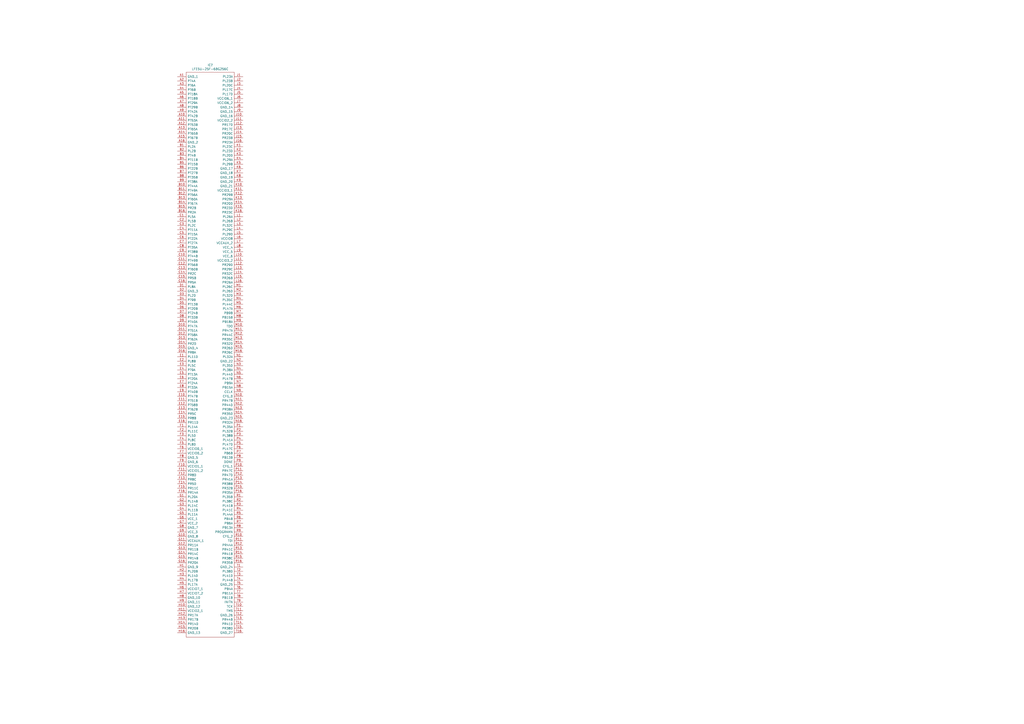
<source format=kicad_sch>
(kicad_sch (version 20210126) (generator eeschema)

  (paper "A2")

  (lib_symbols
    (symbol "SamacSys_Parts:LFE5U-25F-6BG256C" (pin_names (offset 0.762)) (in_bom yes) (on_board yes)
      (property "Reference" "IC" (id 0) (at 34.29 7.62 0)
        (effects (font (size 1.27 1.27)) (justify left))
      )
      (property "Value" "LFE5U-25F-6BG256C" (id 1) (at 34.29 5.08 0)
        (effects (font (size 1.27 1.27)) (justify left))
      )
      (property "Footprint" "BGA256C80P16X16_1400X1400X170" (id 2) (at 34.29 2.54 0)
        (effects (font (size 1.27 1.27)) (justify left) hide)
      )
      (property "Datasheet" "http://www.latticesemi.com/view_document?document_id=50461" (id 3) (at 34.29 0 0)
        (effects (font (size 1.27 1.27)) (justify left) hide)
      )
      (property "Description" "FPGA - Field Programmable Gate Array ECP5; 24.3K LUTs; 1.1V" (id 4) (at 34.29 -2.54 0)
        (effects (font (size 1.27 1.27)) (justify left) hide)
      )
      (property "Height" "1.7" (id 5) (at 34.29 -5.08 0)
        (effects (font (size 1.27 1.27)) (justify left) hide)
      )
      (property "Mouser Part Number" "842-LFE5U25F6BG256C" (id 6) (at 34.29 -7.62 0)
        (effects (font (size 1.27 1.27)) (justify left) hide)
      )
      (property "Mouser Price/Stock" "https://www.mouser.co.uk/ProductDetail/Lattice/LFE5U-25F-6BG256C/?qs=w%2Fv1CP2dgqrTaI14mPfyBg%3D%3D" (id 7) (at 34.29 -10.16 0)
        (effects (font (size 1.27 1.27)) (justify left) hide)
      )
      (property "Manufacturer_Name" "Lattice Semiconductor" (id 8) (at 34.29 -12.7 0)
        (effects (font (size 1.27 1.27)) (justify left) hide)
      )
      (property "Manufacturer_Part_Number" "LFE5U-25F-6BG256C" (id 9) (at 34.29 -15.24 0)
        (effects (font (size 1.27 1.27)) (justify left) hide)
      )
      (property "ki_description" "FPGA - Field Programmable Gate Array ECP5; 24.3K LUTs; 1.1V" (id 10) (at 0 0 0)
        (effects (font (size 1.27 1.27)) hide)
      )
      (symbol "LFE5U-25F-6BG256C_0_0"
        (pin passive line (at 0 0 0) (length 5.08)
          (name "GND_1" (effects (font (size 1.27 1.27))))
          (number "A1" (effects (font (size 1.27 1.27))))
        )
        (pin passive line (at 0 -2.54 0) (length 5.08)
          (name "PT4A" (effects (font (size 1.27 1.27))))
          (number "A2" (effects (font (size 1.27 1.27))))
        )
        (pin passive line (at 0 -5.08 0) (length 5.08)
          (name "PT6A" (effects (font (size 1.27 1.27))))
          (number "A3" (effects (font (size 1.27 1.27))))
        )
        (pin passive line (at 0 -7.62 0) (length 5.08)
          (name "PT6B" (effects (font (size 1.27 1.27))))
          (number "A4" (effects (font (size 1.27 1.27))))
        )
        (pin passive line (at 0 -10.16 0) (length 5.08)
          (name "PT18A" (effects (font (size 1.27 1.27))))
          (number "A5" (effects (font (size 1.27 1.27))))
        )
        (pin passive line (at 0 -12.7 0) (length 5.08)
          (name "PT18B" (effects (font (size 1.27 1.27))))
          (number "A6" (effects (font (size 1.27 1.27))))
        )
        (pin passive line (at 0 -15.24 0) (length 5.08)
          (name "PT29A" (effects (font (size 1.27 1.27))))
          (number "A7" (effects (font (size 1.27 1.27))))
        )
        (pin passive line (at 0 -17.78 0) (length 5.08)
          (name "PT29B" (effects (font (size 1.27 1.27))))
          (number "A8" (effects (font (size 1.27 1.27))))
        )
        (pin passive line (at 0 -20.32 0) (length 5.08)
          (name "PT42A" (effects (font (size 1.27 1.27))))
          (number "A9" (effects (font (size 1.27 1.27))))
        )
        (pin passive line (at 0 -22.86 0) (length 5.08)
          (name "PT42B" (effects (font (size 1.27 1.27))))
          (number "A10" (effects (font (size 1.27 1.27))))
        )
        (pin passive line (at 0 -25.4 0) (length 5.08)
          (name "PT53A" (effects (font (size 1.27 1.27))))
          (number "A11" (effects (font (size 1.27 1.27))))
        )
        (pin passive line (at 0 -27.94 0) (length 5.08)
          (name "PT53B" (effects (font (size 1.27 1.27))))
          (number "A12" (effects (font (size 1.27 1.27))))
        )
        (pin passive line (at 0 -30.48 0) (length 5.08)
          (name "PT65A" (effects (font (size 1.27 1.27))))
          (number "A13" (effects (font (size 1.27 1.27))))
        )
        (pin passive line (at 0 -33.02 0) (length 5.08)
          (name "PT65B" (effects (font (size 1.27 1.27))))
          (number "A14" (effects (font (size 1.27 1.27))))
        )
        (pin passive line (at 0 -35.56 0) (length 5.08)
          (name "PT67B" (effects (font (size 1.27 1.27))))
          (number "A15" (effects (font (size 1.27 1.27))))
        )
        (pin passive line (at 0 -38.1 0) (length 5.08)
          (name "GND_2" (effects (font (size 1.27 1.27))))
          (number "A16" (effects (font (size 1.27 1.27))))
        )
        (pin passive line (at 0 -40.64 0) (length 5.08)
          (name "PL2A" (effects (font (size 1.27 1.27))))
          (number "B1" (effects (font (size 1.27 1.27))))
        )
        (pin passive line (at 0 -43.18 0) (length 5.08)
          (name "PL2B" (effects (font (size 1.27 1.27))))
          (number "B2" (effects (font (size 1.27 1.27))))
        )
        (pin passive line (at 0 -45.72 0) (length 5.08)
          (name "PT4B" (effects (font (size 1.27 1.27))))
          (number "B3" (effects (font (size 1.27 1.27))))
        )
        (pin passive line (at 0 -48.26 0) (length 5.08)
          (name "PT11B" (effects (font (size 1.27 1.27))))
          (number "B4" (effects (font (size 1.27 1.27))))
        )
        (pin passive line (at 0 -50.8 0) (length 5.08)
          (name "PT15B" (effects (font (size 1.27 1.27))))
          (number "B5" (effects (font (size 1.27 1.27))))
        )
        (pin passive line (at 0 -53.34 0) (length 5.08)
          (name "PT22B" (effects (font (size 1.27 1.27))))
          (number "B6" (effects (font (size 1.27 1.27))))
        )
        (pin passive line (at 0 -55.88 0) (length 5.08)
          (name "PT27B" (effects (font (size 1.27 1.27))))
          (number "B7" (effects (font (size 1.27 1.27))))
        )
        (pin passive line (at 0 -58.42 0) (length 5.08)
          (name "PT35B" (effects (font (size 1.27 1.27))))
          (number "B8" (effects (font (size 1.27 1.27))))
        )
        (pin passive line (at 0 -60.96 0) (length 5.08)
          (name "PT38A" (effects (font (size 1.27 1.27))))
          (number "B9" (effects (font (size 1.27 1.27))))
        )
        (pin passive line (at 0 -63.5 0) (length 5.08)
          (name "PT44A" (effects (font (size 1.27 1.27))))
          (number "B10" (effects (font (size 1.27 1.27))))
        )
        (pin passive line (at 0 -66.04 0) (length 5.08)
          (name "PT49A" (effects (font (size 1.27 1.27))))
          (number "B11" (effects (font (size 1.27 1.27))))
        )
        (pin passive line (at 0 -68.58 0) (length 5.08)
          (name "PT56A" (effects (font (size 1.27 1.27))))
          (number "B12" (effects (font (size 1.27 1.27))))
        )
        (pin passive line (at 0 -71.12 0) (length 5.08)
          (name "PT60A" (effects (font (size 1.27 1.27))))
          (number "B13" (effects (font (size 1.27 1.27))))
        )
        (pin passive line (at 0 -73.66 0) (length 5.08)
          (name "PT67A" (effects (font (size 1.27 1.27))))
          (number "B14" (effects (font (size 1.27 1.27))))
        )
        (pin passive line (at 0 -76.2 0) (length 5.08)
          (name "PR2B" (effects (font (size 1.27 1.27))))
          (number "B15" (effects (font (size 1.27 1.27))))
        )
        (pin passive line (at 0 -78.74 0) (length 5.08)
          (name "PR2A" (effects (font (size 1.27 1.27))))
          (number "B16" (effects (font (size 1.27 1.27))))
        )
        (pin passive line (at 0 -81.28 0) (length 5.08)
          (name "PL5A" (effects (font (size 1.27 1.27))))
          (number "C1" (effects (font (size 1.27 1.27))))
        )
        (pin passive line (at 0 -83.82 0) (length 5.08)
          (name "PL5B" (effects (font (size 1.27 1.27))))
          (number "C2" (effects (font (size 1.27 1.27))))
        )
        (pin passive line (at 0 -86.36 0) (length 5.08)
          (name "PL2C" (effects (font (size 1.27 1.27))))
          (number "C3" (effects (font (size 1.27 1.27))))
        )
        (pin passive line (at 0 -88.9 0) (length 5.08)
          (name "PT11A" (effects (font (size 1.27 1.27))))
          (number "C4" (effects (font (size 1.27 1.27))))
        )
        (pin passive line (at 0 -91.44 0) (length 5.08)
          (name "PT15A" (effects (font (size 1.27 1.27))))
          (number "C5" (effects (font (size 1.27 1.27))))
        )
        (pin passive line (at 0 -93.98 0) (length 5.08)
          (name "PT22A" (effects (font (size 1.27 1.27))))
          (number "C6" (effects (font (size 1.27 1.27))))
        )
        (pin passive line (at 0 -96.52 0) (length 5.08)
          (name "PT27A" (effects (font (size 1.27 1.27))))
          (number "C7" (effects (font (size 1.27 1.27))))
        )
        (pin passive line (at 0 -99.06 0) (length 5.08)
          (name "PT35A" (effects (font (size 1.27 1.27))))
          (number "C8" (effects (font (size 1.27 1.27))))
        )
        (pin passive line (at 0 -101.6 0) (length 5.08)
          (name "PT38B" (effects (font (size 1.27 1.27))))
          (number "C9" (effects (font (size 1.27 1.27))))
        )
        (pin passive line (at 0 -104.14 0) (length 5.08)
          (name "PT44B" (effects (font (size 1.27 1.27))))
          (number "C10" (effects (font (size 1.27 1.27))))
        )
        (pin passive line (at 0 -106.68 0) (length 5.08)
          (name "PT49B" (effects (font (size 1.27 1.27))))
          (number "C11" (effects (font (size 1.27 1.27))))
        )
        (pin passive line (at 0 -109.22 0) (length 5.08)
          (name "PT56B" (effects (font (size 1.27 1.27))))
          (number "C12" (effects (font (size 1.27 1.27))))
        )
        (pin passive line (at 0 -111.76 0) (length 5.08)
          (name "PT60B" (effects (font (size 1.27 1.27))))
          (number "C13" (effects (font (size 1.27 1.27))))
        )
        (pin passive line (at 0 -114.3 0) (length 5.08)
          (name "PR2C" (effects (font (size 1.27 1.27))))
          (number "C14" (effects (font (size 1.27 1.27))))
        )
        (pin passive line (at 0 -116.84 0) (length 5.08)
          (name "PR5B" (effects (font (size 1.27 1.27))))
          (number "C15" (effects (font (size 1.27 1.27))))
        )
        (pin passive line (at 0 -119.38 0) (length 5.08)
          (name "PR5A" (effects (font (size 1.27 1.27))))
          (number "C16" (effects (font (size 1.27 1.27))))
        )
        (pin passive line (at 0 -121.92 0) (length 5.08)
          (name "PL8A" (effects (font (size 1.27 1.27))))
          (number "D1" (effects (font (size 1.27 1.27))))
        )
        (pin passive line (at 0 -124.46 0) (length 5.08)
          (name "GND_3" (effects (font (size 1.27 1.27))))
          (number "D2" (effects (font (size 1.27 1.27))))
        )
        (pin passive line (at 0 -127 0) (length 5.08)
          (name "PL2D" (effects (font (size 1.27 1.27))))
          (number "D3" (effects (font (size 1.27 1.27))))
        )
        (pin passive line (at 0 -129.54 0) (length 5.08)
          (name "PT9B" (effects (font (size 1.27 1.27))))
          (number "D4" (effects (font (size 1.27 1.27))))
        )
        (pin passive line (at 0 -132.08 0) (length 5.08)
          (name "PT13B" (effects (font (size 1.27 1.27))))
          (number "D5" (effects (font (size 1.27 1.27))))
        )
        (pin passive line (at 0 -134.62 0) (length 5.08)
          (name "PT20B" (effects (font (size 1.27 1.27))))
          (number "D6" (effects (font (size 1.27 1.27))))
        )
        (pin passive line (at 0 -137.16 0) (length 5.08)
          (name "PT24B" (effects (font (size 1.27 1.27))))
          (number "D7" (effects (font (size 1.27 1.27))))
        )
        (pin passive line (at 0 -139.7 0) (length 5.08)
          (name "PT33B" (effects (font (size 1.27 1.27))))
          (number "D8" (effects (font (size 1.27 1.27))))
        )
        (pin passive line (at 0 -142.24 0) (length 5.08)
          (name "PT40A" (effects (font (size 1.27 1.27))))
          (number "D9" (effects (font (size 1.27 1.27))))
        )
        (pin passive line (at 0 -144.78 0) (length 5.08)
          (name "PT47A" (effects (font (size 1.27 1.27))))
          (number "D10" (effects (font (size 1.27 1.27))))
        )
        (pin passive line (at 0 -147.32 0) (length 5.08)
          (name "PT51A" (effects (font (size 1.27 1.27))))
          (number "D11" (effects (font (size 1.27 1.27))))
        )
        (pin passive line (at 0 -149.86 0) (length 5.08)
          (name "PT58A" (effects (font (size 1.27 1.27))))
          (number "D12" (effects (font (size 1.27 1.27))))
        )
        (pin passive line (at 0 -152.4 0) (length 5.08)
          (name "PT62A" (effects (font (size 1.27 1.27))))
          (number "D13" (effects (font (size 1.27 1.27))))
        )
        (pin passive line (at 0 -154.94 0) (length 5.08)
          (name "PR2D" (effects (font (size 1.27 1.27))))
          (number "D14" (effects (font (size 1.27 1.27))))
        )
        (pin passive line (at 0 -157.48 0) (length 5.08)
          (name "GND_4" (effects (font (size 1.27 1.27))))
          (number "D15" (effects (font (size 1.27 1.27))))
        )
        (pin passive line (at 0 -160.02 0) (length 5.08)
          (name "PR8A" (effects (font (size 1.27 1.27))))
          (number "D16" (effects (font (size 1.27 1.27))))
        )
        (pin passive line (at 0 -162.56 0) (length 5.08)
          (name "PL11D" (effects (font (size 1.27 1.27))))
          (number "E1" (effects (font (size 1.27 1.27))))
        )
        (pin passive line (at 0 -165.1 0) (length 5.08)
          (name "PL8B" (effects (font (size 1.27 1.27))))
          (number "E2" (effects (font (size 1.27 1.27))))
        )
        (pin passive line (at 0 -167.64 0) (length 5.08)
          (name "PL5C" (effects (font (size 1.27 1.27))))
          (number "E3" (effects (font (size 1.27 1.27))))
        )
        (pin passive line (at 0 -170.18 0) (length 5.08)
          (name "PT9A" (effects (font (size 1.27 1.27))))
          (number "E4" (effects (font (size 1.27 1.27))))
        )
        (pin passive line (at 0 -172.72 0) (length 5.08)
          (name "PT13A" (effects (font (size 1.27 1.27))))
          (number "E5" (effects (font (size 1.27 1.27))))
        )
        (pin passive line (at 0 -175.26 0) (length 5.08)
          (name "PT20A" (effects (font (size 1.27 1.27))))
          (number "E6" (effects (font (size 1.27 1.27))))
        )
        (pin passive line (at 0 -177.8 0) (length 5.08)
          (name "PT24A" (effects (font (size 1.27 1.27))))
          (number "E7" (effects (font (size 1.27 1.27))))
        )
        (pin passive line (at 0 -180.34 0) (length 5.08)
          (name "PT33A" (effects (font (size 1.27 1.27))))
          (number "E8" (effects (font (size 1.27 1.27))))
        )
        (pin passive line (at 0 -182.88 0) (length 5.08)
          (name "PT40B" (effects (font (size 1.27 1.27))))
          (number "E9" (effects (font (size 1.27 1.27))))
        )
        (pin passive line (at 0 -185.42 0) (length 5.08)
          (name "PT47B" (effects (font (size 1.27 1.27))))
          (number "E10" (effects (font (size 1.27 1.27))))
        )
        (pin passive line (at 0 -187.96 0) (length 5.08)
          (name "PT51B" (effects (font (size 1.27 1.27))))
          (number "E11" (effects (font (size 1.27 1.27))))
        )
        (pin passive line (at 0 -190.5 0) (length 5.08)
          (name "PT58B" (effects (font (size 1.27 1.27))))
          (number "E12" (effects (font (size 1.27 1.27))))
        )
        (pin passive line (at 0 -193.04 0) (length 5.08)
          (name "PT62B" (effects (font (size 1.27 1.27))))
          (number "E13" (effects (font (size 1.27 1.27))))
        )
        (pin passive line (at 0 -195.58 0) (length 5.08)
          (name "PR5C" (effects (font (size 1.27 1.27))))
          (number "E14" (effects (font (size 1.27 1.27))))
        )
        (pin passive line (at 0 -198.12 0) (length 5.08)
          (name "PR8B" (effects (font (size 1.27 1.27))))
          (number "E15" (effects (font (size 1.27 1.27))))
        )
        (pin passive line (at 0 -200.66 0) (length 5.08)
          (name "PR11D" (effects (font (size 1.27 1.27))))
          (number "E16" (effects (font (size 1.27 1.27))))
        )
        (pin passive line (at 0 -203.2 0) (length 5.08)
          (name "PL14A" (effects (font (size 1.27 1.27))))
          (number "F1" (effects (font (size 1.27 1.27))))
        )
        (pin passive line (at 0 -205.74 0) (length 5.08)
          (name "PL11C" (effects (font (size 1.27 1.27))))
          (number "F2" (effects (font (size 1.27 1.27))))
        )
        (pin passive line (at 0 -208.28 0) (length 5.08)
          (name "PL5D" (effects (font (size 1.27 1.27))))
          (number "F3" (effects (font (size 1.27 1.27))))
        )
        (pin passive line (at 0 -210.82 0) (length 5.08)
          (name "PL8C" (effects (font (size 1.27 1.27))))
          (number "F4" (effects (font (size 1.27 1.27))))
        )
        (pin passive line (at 0 -213.36 0) (length 5.08)
          (name "PL8D" (effects (font (size 1.27 1.27))))
          (number "F5" (effects (font (size 1.27 1.27))))
        )
        (pin passive line (at 0 -215.9 0) (length 5.08)
          (name "VCCIO0_1" (effects (font (size 1.27 1.27))))
          (number "F6" (effects (font (size 1.27 1.27))))
        )
        (pin passive line (at 0 -218.44 0) (length 5.08)
          (name "VCCIO0_2" (effects (font (size 1.27 1.27))))
          (number "F7" (effects (font (size 1.27 1.27))))
        )
        (pin passive line (at 0 -220.98 0) (length 5.08)
          (name "GND_5" (effects (font (size 1.27 1.27))))
          (number "F8" (effects (font (size 1.27 1.27))))
        )
        (pin passive line (at 0 -223.52 0) (length 5.08)
          (name "GND_6" (effects (font (size 1.27 1.27))))
          (number "F9" (effects (font (size 1.27 1.27))))
        )
        (pin passive line (at 0 -226.06 0) (length 5.08)
          (name "VCCIO1_1" (effects (font (size 1.27 1.27))))
          (number "F10" (effects (font (size 1.27 1.27))))
        )
        (pin passive line (at 0 -228.6 0) (length 5.08)
          (name "VCCIO1_2" (effects (font (size 1.27 1.27))))
          (number "F11" (effects (font (size 1.27 1.27))))
        )
        (pin passive line (at 0 -231.14 0) (length 5.08)
          (name "PR8D" (effects (font (size 1.27 1.27))))
          (number "F12" (effects (font (size 1.27 1.27))))
        )
        (pin passive line (at 0 -233.68 0) (length 5.08)
          (name "PR8C" (effects (font (size 1.27 1.27))))
          (number "F13" (effects (font (size 1.27 1.27))))
        )
        (pin passive line (at 0 -236.22 0) (length 5.08)
          (name "PR5D" (effects (font (size 1.27 1.27))))
          (number "F14" (effects (font (size 1.27 1.27))))
        )
        (pin passive line (at 0 -238.76 0) (length 5.08)
          (name "PR11C" (effects (font (size 1.27 1.27))))
          (number "F15" (effects (font (size 1.27 1.27))))
        )
        (pin passive line (at 0 -241.3 0) (length 5.08)
          (name "PR14A" (effects (font (size 1.27 1.27))))
          (number "F16" (effects (font (size 1.27 1.27))))
        )
        (pin passive line (at 0 -243.84 0) (length 5.08)
          (name "PL20A" (effects (font (size 1.27 1.27))))
          (number "G1" (effects (font (size 1.27 1.27))))
        )
        (pin passive line (at 0 -246.38 0) (length 5.08)
          (name "PL14B" (effects (font (size 1.27 1.27))))
          (number "G2" (effects (font (size 1.27 1.27))))
        )
        (pin passive line (at 0 -248.92 0) (length 5.08)
          (name "PL14C" (effects (font (size 1.27 1.27))))
          (number "G3" (effects (font (size 1.27 1.27))))
        )
        (pin passive line (at 0 -251.46 0) (length 5.08)
          (name "PL11B" (effects (font (size 1.27 1.27))))
          (number "G4" (effects (font (size 1.27 1.27))))
        )
        (pin passive line (at 0 -254 0) (length 5.08)
          (name "PL11A" (effects (font (size 1.27 1.27))))
          (number "G5" (effects (font (size 1.27 1.27))))
        )
        (pin passive line (at 0 -256.54 0) (length 5.08)
          (name "VCC_1" (effects (font (size 1.27 1.27))))
          (number "G6" (effects (font (size 1.27 1.27))))
        )
        (pin passive line (at 0 -259.08 0) (length 5.08)
          (name "VCC_2" (effects (font (size 1.27 1.27))))
          (number "G7" (effects (font (size 1.27 1.27))))
        )
        (pin passive line (at 0 -261.62 0) (length 5.08)
          (name "GND_7" (effects (font (size 1.27 1.27))))
          (number "G8" (effects (font (size 1.27 1.27))))
        )
        (pin passive line (at 0 -264.16 0) (length 5.08)
          (name "VCC_3" (effects (font (size 1.27 1.27))))
          (number "G9" (effects (font (size 1.27 1.27))))
        )
        (pin passive line (at 0 -266.7 0) (length 5.08)
          (name "GND_8" (effects (font (size 1.27 1.27))))
          (number "G10" (effects (font (size 1.27 1.27))))
        )
        (pin passive line (at 0 -269.24 0) (length 5.08)
          (name "VCCAUX_1" (effects (font (size 1.27 1.27))))
          (number "G11" (effects (font (size 1.27 1.27))))
        )
        (pin passive line (at 0 -271.78 0) (length 5.08)
          (name "PR11A" (effects (font (size 1.27 1.27))))
          (number "G12" (effects (font (size 1.27 1.27))))
        )
        (pin passive line (at 0 -274.32 0) (length 5.08)
          (name "PR11B" (effects (font (size 1.27 1.27))))
          (number "G13" (effects (font (size 1.27 1.27))))
        )
        (pin passive line (at 0 -276.86 0) (length 5.08)
          (name "PR14C" (effects (font (size 1.27 1.27))))
          (number "G14" (effects (font (size 1.27 1.27))))
        )
        (pin passive line (at 0 -279.4 0) (length 5.08)
          (name "PR14B" (effects (font (size 1.27 1.27))))
          (number "G15" (effects (font (size 1.27 1.27))))
        )
        (pin passive line (at 0 -281.94 0) (length 5.08)
          (name "PR20A" (effects (font (size 1.27 1.27))))
          (number "G16" (effects (font (size 1.27 1.27))))
        )
        (pin passive line (at 0 -284.48 0) (length 5.08)
          (name "GND_9" (effects (font (size 1.27 1.27))))
          (number "H1" (effects (font (size 1.27 1.27))))
        )
        (pin passive line (at 0 -287.02 0) (length 5.08)
          (name "PL20B" (effects (font (size 1.27 1.27))))
          (number "H2" (effects (font (size 1.27 1.27))))
        )
        (pin passive line (at 0 -289.56 0) (length 5.08)
          (name "PL14D" (effects (font (size 1.27 1.27))))
          (number "H3" (effects (font (size 1.27 1.27))))
        )
        (pin passive line (at 0 -292.1 0) (length 5.08)
          (name "PL17B" (effects (font (size 1.27 1.27))))
          (number "H4" (effects (font (size 1.27 1.27))))
        )
        (pin passive line (at 0 -294.64 0) (length 5.08)
          (name "PL17A" (effects (font (size 1.27 1.27))))
          (number "H5" (effects (font (size 1.27 1.27))))
        )
        (pin passive line (at 0 -297.18 0) (length 5.08)
          (name "VCCIO7_1" (effects (font (size 1.27 1.27))))
          (number "H6" (effects (font (size 1.27 1.27))))
        )
        (pin passive line (at 0 -299.72 0) (length 5.08)
          (name "VCCIO7_2" (effects (font (size 1.27 1.27))))
          (number "H7" (effects (font (size 1.27 1.27))))
        )
        (pin passive line (at 0 -302.26 0) (length 5.08)
          (name "GND_10" (effects (font (size 1.27 1.27))))
          (number "H8" (effects (font (size 1.27 1.27))))
        )
        (pin passive line (at 0 -304.8 0) (length 5.08)
          (name "GND_11" (effects (font (size 1.27 1.27))))
          (number "H9" (effects (font (size 1.27 1.27))))
        )
        (pin passive line (at 0 -307.34 0) (length 5.08)
          (name "GND_12" (effects (font (size 1.27 1.27))))
          (number "H10" (effects (font (size 1.27 1.27))))
        )
        (pin passive line (at 0 -309.88 0) (length 5.08)
          (name "VCCIO2_1" (effects (font (size 1.27 1.27))))
          (number "H11" (effects (font (size 1.27 1.27))))
        )
        (pin passive line (at 0 -312.42 0) (length 5.08)
          (name "PR17A" (effects (font (size 1.27 1.27))))
          (number "H12" (effects (font (size 1.27 1.27))))
        )
        (pin passive line (at 0 -314.96 0) (length 5.08)
          (name "PR17B" (effects (font (size 1.27 1.27))))
          (number "H13" (effects (font (size 1.27 1.27))))
        )
        (pin passive line (at 0 -317.5 0) (length 5.08)
          (name "PR14D" (effects (font (size 1.27 1.27))))
          (number "H14" (effects (font (size 1.27 1.27))))
        )
        (pin passive line (at 0 -320.04 0) (length 5.08)
          (name "PR20B" (effects (font (size 1.27 1.27))))
          (number "H15" (effects (font (size 1.27 1.27))))
        )
        (pin passive line (at 0 -322.58 0) (length 5.08)
          (name "GND_13" (effects (font (size 1.27 1.27))))
          (number "H16" (effects (font (size 1.27 1.27))))
        )
        (pin passive line (at 38.1 0 180) (length 5.08)
          (name "PL23A" (effects (font (size 1.27 1.27))))
          (number "J1" (effects (font (size 1.27 1.27))))
        )
        (pin passive line (at 38.1 -2.54 180) (length 5.08)
          (name "PL23B" (effects (font (size 1.27 1.27))))
          (number "J2" (effects (font (size 1.27 1.27))))
        )
        (pin passive line (at 38.1 -5.08 180) (length 5.08)
          (name "PL20C" (effects (font (size 1.27 1.27))))
          (number "J3" (effects (font (size 1.27 1.27))))
        )
        (pin passive line (at 38.1 -7.62 180) (length 5.08)
          (name "PL17C" (effects (font (size 1.27 1.27))))
          (number "J4" (effects (font (size 1.27 1.27))))
        )
        (pin passive line (at 38.1 -10.16 180) (length 5.08)
          (name "PL17D" (effects (font (size 1.27 1.27))))
          (number "J5" (effects (font (size 1.27 1.27))))
        )
        (pin passive line (at 38.1 -12.7 180) (length 5.08)
          (name "VCCIO6_1" (effects (font (size 1.27 1.27))))
          (number "J6" (effects (font (size 1.27 1.27))))
        )
        (pin passive line (at 38.1 -15.24 180) (length 5.08)
          (name "VCCIO6_2" (effects (font (size 1.27 1.27))))
          (number "J7" (effects (font (size 1.27 1.27))))
        )
        (pin passive line (at 38.1 -17.78 180) (length 5.08)
          (name "GND_14" (effects (font (size 1.27 1.27))))
          (number "J8" (effects (font (size 1.27 1.27))))
        )
        (pin passive line (at 38.1 -20.32 180) (length 5.08)
          (name "GND_15" (effects (font (size 1.27 1.27))))
          (number "J9" (effects (font (size 1.27 1.27))))
        )
        (pin passive line (at 38.1 -22.86 180) (length 5.08)
          (name "GND_16" (effects (font (size 1.27 1.27))))
          (number "J10" (effects (font (size 1.27 1.27))))
        )
        (pin passive line (at 38.1 -25.4 180) (length 5.08)
          (name "VCCIO2_2" (effects (font (size 1.27 1.27))))
          (number "J11" (effects (font (size 1.27 1.27))))
        )
        (pin passive line (at 38.1 -27.94 180) (length 5.08)
          (name "PR17D" (effects (font (size 1.27 1.27))))
          (number "J12" (effects (font (size 1.27 1.27))))
        )
        (pin passive line (at 38.1 -30.48 180) (length 5.08)
          (name "PR17C" (effects (font (size 1.27 1.27))))
          (number "J13" (effects (font (size 1.27 1.27))))
        )
        (pin passive line (at 38.1 -33.02 180) (length 5.08)
          (name "PR20C" (effects (font (size 1.27 1.27))))
          (number "J14" (effects (font (size 1.27 1.27))))
        )
        (pin passive line (at 38.1 -35.56 180) (length 5.08)
          (name "PR23B" (effects (font (size 1.27 1.27))))
          (number "J15" (effects (font (size 1.27 1.27))))
        )
        (pin passive line (at 38.1 -38.1 180) (length 5.08)
          (name "PR23A" (effects (font (size 1.27 1.27))))
          (number "J16" (effects (font (size 1.27 1.27))))
        )
        (pin passive line (at 38.1 -40.64 180) (length 5.08)
          (name "PL23C" (effects (font (size 1.27 1.27))))
          (number "K1" (effects (font (size 1.27 1.27))))
        )
        (pin passive line (at 38.1 -43.18 180) (length 5.08)
          (name "PL23D" (effects (font (size 1.27 1.27))))
          (number "K2" (effects (font (size 1.27 1.27))))
        )
        (pin passive line (at 38.1 -45.72 180) (length 5.08)
          (name "PL20D" (effects (font (size 1.27 1.27))))
          (number "K3" (effects (font (size 1.27 1.27))))
        )
        (pin passive line (at 38.1 -48.26 180) (length 5.08)
          (name "PL29A" (effects (font (size 1.27 1.27))))
          (number "K4" (effects (font (size 1.27 1.27))))
        )
        (pin passive line (at 38.1 -50.8 180) (length 5.08)
          (name "PL29B" (effects (font (size 1.27 1.27))))
          (number "K5" (effects (font (size 1.27 1.27))))
        )
        (pin passive line (at 38.1 -53.34 180) (length 5.08)
          (name "GND_17" (effects (font (size 1.27 1.27))))
          (number "K6" (effects (font (size 1.27 1.27))))
        )
        (pin passive line (at 38.1 -55.88 180) (length 5.08)
          (name "GND_18" (effects (font (size 1.27 1.27))))
          (number "K7" (effects (font (size 1.27 1.27))))
        )
        (pin passive line (at 38.1 -58.42 180) (length 5.08)
          (name "GND_19" (effects (font (size 1.27 1.27))))
          (number "K8" (effects (font (size 1.27 1.27))))
        )
        (pin passive line (at 38.1 -60.96 180) (length 5.08)
          (name "GND_20" (effects (font (size 1.27 1.27))))
          (number "K9" (effects (font (size 1.27 1.27))))
        )
        (pin passive line (at 38.1 -63.5 180) (length 5.08)
          (name "GND_21" (effects (font (size 1.27 1.27))))
          (number "K10" (effects (font (size 1.27 1.27))))
        )
        (pin passive line (at 38.1 -66.04 180) (length 5.08)
          (name "VCCIO3_1" (effects (font (size 1.27 1.27))))
          (number "K11" (effects (font (size 1.27 1.27))))
        )
        (pin passive line (at 38.1 -68.58 180) (length 5.08)
          (name "PR29B" (effects (font (size 1.27 1.27))))
          (number "K12" (effects (font (size 1.27 1.27))))
        )
        (pin passive line (at 38.1 -71.12 180) (length 5.08)
          (name "PR29A" (effects (font (size 1.27 1.27))))
          (number "K13" (effects (font (size 1.27 1.27))))
        )
        (pin passive line (at 38.1 -73.66 180) (length 5.08)
          (name "PR20D" (effects (font (size 1.27 1.27))))
          (number "K14" (effects (font (size 1.27 1.27))))
        )
        (pin passive line (at 38.1 -76.2 180) (length 5.08)
          (name "PR23D" (effects (font (size 1.27 1.27))))
          (number "K15" (effects (font (size 1.27 1.27))))
        )
        (pin passive line (at 38.1 -78.74 180) (length 5.08)
          (name "PR23C" (effects (font (size 1.27 1.27))))
          (number "K16" (effects (font (size 1.27 1.27))))
        )
        (pin passive line (at 38.1 -81.28 180) (length 5.08)
          (name "PL26A" (effects (font (size 1.27 1.27))))
          (number "L1" (effects (font (size 1.27 1.27))))
        )
        (pin passive line (at 38.1 -83.82 180) (length 5.08)
          (name "PL26B" (effects (font (size 1.27 1.27))))
          (number "L2" (effects (font (size 1.27 1.27))))
        )
        (pin passive line (at 38.1 -86.36 180) (length 5.08)
          (name "PL32C" (effects (font (size 1.27 1.27))))
          (number "L3" (effects (font (size 1.27 1.27))))
        )
        (pin passive line (at 38.1 -88.9 180) (length 5.08)
          (name "PL29C" (effects (font (size 1.27 1.27))))
          (number "L4" (effects (font (size 1.27 1.27))))
        )
        (pin passive line (at 38.1 -91.44 180) (length 5.08)
          (name "PL29D" (effects (font (size 1.27 1.27))))
          (number "L5" (effects (font (size 1.27 1.27))))
        )
        (pin passive line (at 38.1 -93.98 180) (length 5.08)
          (name "VCCIO8" (effects (font (size 1.27 1.27))))
          (number "L6" (effects (font (size 1.27 1.27))))
        )
        (pin passive line (at 38.1 -96.52 180) (length 5.08)
          (name "VCCAUX_2" (effects (font (size 1.27 1.27))))
          (number "L7" (effects (font (size 1.27 1.27))))
        )
        (pin passive line (at 38.1 -99.06 180) (length 5.08)
          (name "VCC_4" (effects (font (size 1.27 1.27))))
          (number "L8" (effects (font (size 1.27 1.27))))
        )
        (pin passive line (at 38.1 -101.6 180) (length 5.08)
          (name "VCC_5" (effects (font (size 1.27 1.27))))
          (number "L9" (effects (font (size 1.27 1.27))))
        )
        (pin passive line (at 38.1 -104.14 180) (length 5.08)
          (name "VCC_6" (effects (font (size 1.27 1.27))))
          (number "L10" (effects (font (size 1.27 1.27))))
        )
        (pin passive line (at 38.1 -106.68 180) (length 5.08)
          (name "VCCIO3_2" (effects (font (size 1.27 1.27))))
          (number "L11" (effects (font (size 1.27 1.27))))
        )
        (pin passive line (at 38.1 -109.22 180) (length 5.08)
          (name "PR29D" (effects (font (size 1.27 1.27))))
          (number "L12" (effects (font (size 1.27 1.27))))
        )
        (pin passive line (at 38.1 -111.76 180) (length 5.08)
          (name "PR29C" (effects (font (size 1.27 1.27))))
          (number "L13" (effects (font (size 1.27 1.27))))
        )
        (pin passive line (at 38.1 -114.3 180) (length 5.08)
          (name "PR32C" (effects (font (size 1.27 1.27))))
          (number "L14" (effects (font (size 1.27 1.27))))
        )
        (pin passive line (at 38.1 -116.84 180) (length 5.08)
          (name "PR26B" (effects (font (size 1.27 1.27))))
          (number "L15" (effects (font (size 1.27 1.27))))
        )
        (pin passive line (at 38.1 -119.38 180) (length 5.08)
          (name "PR26A" (effects (font (size 1.27 1.27))))
          (number "L16" (effects (font (size 1.27 1.27))))
        )
        (pin passive line (at 38.1 -121.92 180) (length 5.08)
          (name "PL26C" (effects (font (size 1.27 1.27))))
          (number "M1" (effects (font (size 1.27 1.27))))
        )
        (pin passive line (at 38.1 -124.46 180) (length 5.08)
          (name "PL26D" (effects (font (size 1.27 1.27))))
          (number "M2" (effects (font (size 1.27 1.27))))
        )
        (pin passive line (at 38.1 -127 180) (length 5.08)
          (name "PL32D" (effects (font (size 1.27 1.27))))
          (number "M3" (effects (font (size 1.27 1.27))))
        )
        (pin passive line (at 38.1 -129.54 180) (length 5.08)
          (name "PL35C" (effects (font (size 1.27 1.27))))
          (number "M4" (effects (font (size 1.27 1.27))))
        )
        (pin passive line (at 38.1 -132.08 180) (length 5.08)
          (name "PL44C" (effects (font (size 1.27 1.27))))
          (number "M5" (effects (font (size 1.27 1.27))))
        )
        (pin passive line (at 38.1 -134.62 180) (length 5.08)
          (name "PL47A" (effects (font (size 1.27 1.27))))
          (number "M6" (effects (font (size 1.27 1.27))))
        )
        (pin passive line (at 38.1 -137.16 180) (length 5.08)
          (name "PB9B" (effects (font (size 1.27 1.27))))
          (number "M7" (effects (font (size 1.27 1.27))))
        )
        (pin passive line (at 38.1 -139.7 180) (length 5.08)
          (name "PB15B" (effects (font (size 1.27 1.27))))
          (number "M8" (effects (font (size 1.27 1.27))))
        )
        (pin passive line (at 38.1 -142.24 180) (length 5.08)
          (name "PB18A" (effects (font (size 1.27 1.27))))
          (number "M9" (effects (font (size 1.27 1.27))))
        )
        (pin passive line (at 38.1 -144.78 180) (length 5.08)
          (name "TDO" (effects (font (size 1.27 1.27))))
          (number "M10" (effects (font (size 1.27 1.27))))
        )
        (pin passive line (at 38.1 -147.32 180) (length 5.08)
          (name "PR47A" (effects (font (size 1.27 1.27))))
          (number "M11" (effects (font (size 1.27 1.27))))
        )
        (pin passive line (at 38.1 -149.86 180) (length 5.08)
          (name "PR44C" (effects (font (size 1.27 1.27))))
          (number "M12" (effects (font (size 1.27 1.27))))
        )
        (pin passive line (at 38.1 -152.4 180) (length 5.08)
          (name "PR35C" (effects (font (size 1.27 1.27))))
          (number "M13" (effects (font (size 1.27 1.27))))
        )
        (pin passive line (at 38.1 -154.94 180) (length 5.08)
          (name "PR32D" (effects (font (size 1.27 1.27))))
          (number "M14" (effects (font (size 1.27 1.27))))
        )
        (pin passive line (at 38.1 -157.48 180) (length 5.08)
          (name "PR26D" (effects (font (size 1.27 1.27))))
          (number "M15" (effects (font (size 1.27 1.27))))
        )
        (pin passive line (at 38.1 -160.02 180) (length 5.08)
          (name "PR26C" (effects (font (size 1.27 1.27))))
          (number "M16" (effects (font (size 1.27 1.27))))
        )
        (pin passive line (at 38.1 -162.56 180) (length 5.08)
          (name "PL32A" (effects (font (size 1.27 1.27))))
          (number "N1" (effects (font (size 1.27 1.27))))
        )
        (pin passive line (at 38.1 -165.1 180) (length 5.08)
          (name "GND_22" (effects (font (size 1.27 1.27))))
          (number "N2" (effects (font (size 1.27 1.27))))
        )
        (pin passive line (at 38.1 -167.64 180) (length 5.08)
          (name "PL35D" (effects (font (size 1.27 1.27))))
          (number "N3" (effects (font (size 1.27 1.27))))
        )
        (pin passive line (at 38.1 -170.18 180) (length 5.08)
          (name "PL38A" (effects (font (size 1.27 1.27))))
          (number "N4" (effects (font (size 1.27 1.27))))
        )
        (pin passive line (at 38.1 -172.72 180) (length 5.08)
          (name "PL44D" (effects (font (size 1.27 1.27))))
          (number "N5" (effects (font (size 1.27 1.27))))
        )
        (pin passive line (at 38.1 -175.26 180) (length 5.08)
          (name "PL47B" (effects (font (size 1.27 1.27))))
          (number "N6" (effects (font (size 1.27 1.27))))
        )
        (pin passive line (at 38.1 -177.8 180) (length 5.08)
          (name "PB9A" (effects (font (size 1.27 1.27))))
          (number "N7" (effects (font (size 1.27 1.27))))
        )
        (pin passive line (at 38.1 -180.34 180) (length 5.08)
          (name "PB15A" (effects (font (size 1.27 1.27))))
          (number "N8" (effects (font (size 1.27 1.27))))
        )
        (pin passive line (at 38.1 -182.88 180) (length 5.08)
          (name "CCLK" (effects (font (size 1.27 1.27))))
          (number "N9" (effects (font (size 1.27 1.27))))
        )
        (pin passive line (at 38.1 -185.42 180) (length 5.08)
          (name "CFG_0" (effects (font (size 1.27 1.27))))
          (number "N10" (effects (font (size 1.27 1.27))))
        )
        (pin passive line (at 38.1 -187.96 180) (length 5.08)
          (name "PR47B" (effects (font (size 1.27 1.27))))
          (number "N11" (effects (font (size 1.27 1.27))))
        )
        (pin passive line (at 38.1 -190.5 180) (length 5.08)
          (name "PR44D" (effects (font (size 1.27 1.27))))
          (number "N12" (effects (font (size 1.27 1.27))))
        )
        (pin passive line (at 38.1 -193.04 180) (length 5.08)
          (name "PR38A" (effects (font (size 1.27 1.27))))
          (number "N13" (effects (font (size 1.27 1.27))))
        )
        (pin passive line (at 38.1 -195.58 180) (length 5.08)
          (name "PR35D" (effects (font (size 1.27 1.27))))
          (number "N14" (effects (font (size 1.27 1.27))))
        )
        (pin passive line (at 38.1 -198.12 180) (length 5.08)
          (name "GND_23" (effects (font (size 1.27 1.27))))
          (number "N15" (effects (font (size 1.27 1.27))))
        )
        (pin passive line (at 38.1 -200.66 180) (length 5.08)
          (name "PR32A" (effects (font (size 1.27 1.27))))
          (number "N16" (effects (font (size 1.27 1.27))))
        )
        (pin passive line (at 38.1 -203.2 180) (length 5.08)
          (name "PL35A" (effects (font (size 1.27 1.27))))
          (number "P1" (effects (font (size 1.27 1.27))))
        )
        (pin passive line (at 38.1 -205.74 180) (length 5.08)
          (name "PL32B" (effects (font (size 1.27 1.27))))
          (number "P2" (effects (font (size 1.27 1.27))))
        )
        (pin passive line (at 38.1 -208.28 180) (length 5.08)
          (name "PL38B" (effects (font (size 1.27 1.27))))
          (number "P3" (effects (font (size 1.27 1.27))))
        )
        (pin passive line (at 38.1 -210.82 180) (length 5.08)
          (name "PL41A" (effects (font (size 1.27 1.27))))
          (number "P4" (effects (font (size 1.27 1.27))))
        )
        (pin passive line (at 38.1 -213.36 180) (length 5.08)
          (name "PL47D" (effects (font (size 1.27 1.27))))
          (number "P5" (effects (font (size 1.27 1.27))))
        )
        (pin passive line (at 38.1 -215.9 180) (length 5.08)
          (name "PL47C" (effects (font (size 1.27 1.27))))
          (number "P6" (effects (font (size 1.27 1.27))))
        )
        (pin passive line (at 38.1 -218.44 180) (length 5.08)
          (name "PB6B" (effects (font (size 1.27 1.27))))
          (number "P7" (effects (font (size 1.27 1.27))))
        )
        (pin passive line (at 38.1 -220.98 180) (length 5.08)
          (name "PB13B" (effects (font (size 1.27 1.27))))
          (number "P8" (effects (font (size 1.27 1.27))))
        )
        (pin passive line (at 38.1 -223.52 180) (length 5.08)
          (name "DONE" (effects (font (size 1.27 1.27))))
          (number "P9" (effects (font (size 1.27 1.27))))
        )
        (pin passive line (at 38.1 -226.06 180) (length 5.08)
          (name "CFG_1" (effects (font (size 1.27 1.27))))
          (number "P10" (effects (font (size 1.27 1.27))))
        )
        (pin passive line (at 38.1 -228.6 180) (length 5.08)
          (name "PR47C" (effects (font (size 1.27 1.27))))
          (number "P11" (effects (font (size 1.27 1.27))))
        )
        (pin passive line (at 38.1 -231.14 180) (length 5.08)
          (name "PR47D" (effects (font (size 1.27 1.27))))
          (number "P12" (effects (font (size 1.27 1.27))))
        )
        (pin passive line (at 38.1 -233.68 180) (length 5.08)
          (name "PR41A" (effects (font (size 1.27 1.27))))
          (number "P13" (effects (font (size 1.27 1.27))))
        )
        (pin passive line (at 38.1 -236.22 180) (length 5.08)
          (name "PR38B" (effects (font (size 1.27 1.27))))
          (number "P14" (effects (font (size 1.27 1.27))))
        )
        (pin passive line (at 38.1 -238.76 180) (length 5.08)
          (name "PR32B" (effects (font (size 1.27 1.27))))
          (number "P15" (effects (font (size 1.27 1.27))))
        )
        (pin passive line (at 38.1 -241.3 180) (length 5.08)
          (name "PR35A" (effects (font (size 1.27 1.27))))
          (number "P16" (effects (font (size 1.27 1.27))))
        )
        (pin passive line (at 38.1 -243.84 180) (length 5.08)
          (name "PL35B" (effects (font (size 1.27 1.27))))
          (number "R1" (effects (font (size 1.27 1.27))))
        )
        (pin passive line (at 38.1 -246.38 180) (length 5.08)
          (name "PL38C" (effects (font (size 1.27 1.27))))
          (number "R2" (effects (font (size 1.27 1.27))))
        )
        (pin passive line (at 38.1 -248.92 180) (length 5.08)
          (name "PL41B" (effects (font (size 1.27 1.27))))
          (number "R3" (effects (font (size 1.27 1.27))))
        )
        (pin passive line (at 38.1 -251.46 180) (length 5.08)
          (name "PL41C" (effects (font (size 1.27 1.27))))
          (number "R4" (effects (font (size 1.27 1.27))))
        )
        (pin passive line (at 38.1 -254 180) (length 5.08)
          (name "PL44A" (effects (font (size 1.27 1.27))))
          (number "R5" (effects (font (size 1.27 1.27))))
        )
        (pin passive line (at 38.1 -256.54 180) (length 5.08)
          (name "PB4B" (effects (font (size 1.27 1.27))))
          (number "R6" (effects (font (size 1.27 1.27))))
        )
        (pin passive line (at 38.1 -259.08 180) (length 5.08)
          (name "PB6A" (effects (font (size 1.27 1.27))))
          (number "R7" (effects (font (size 1.27 1.27))))
        )
        (pin passive line (at 38.1 -261.62 180) (length 5.08)
          (name "PB13A" (effects (font (size 1.27 1.27))))
          (number "R8" (effects (font (size 1.27 1.27))))
        )
        (pin passive line (at 38.1 -264.16 180) (length 5.08)
          (name "PROGRAMN" (effects (font (size 1.27 1.27))))
          (number "R9" (effects (font (size 1.27 1.27))))
        )
        (pin passive line (at 38.1 -266.7 180) (length 5.08)
          (name "CFG_2" (effects (font (size 1.27 1.27))))
          (number "R10" (effects (font (size 1.27 1.27))))
        )
        (pin passive line (at 38.1 -269.24 180) (length 5.08)
          (name "TDI" (effects (font (size 1.27 1.27))))
          (number "R11" (effects (font (size 1.27 1.27))))
        )
        (pin passive line (at 38.1 -271.78 180) (length 5.08)
          (name "PR44A" (effects (font (size 1.27 1.27))))
          (number "R12" (effects (font (size 1.27 1.27))))
        )
        (pin passive line (at 38.1 -274.32 180) (length 5.08)
          (name "PR41C" (effects (font (size 1.27 1.27))))
          (number "R13" (effects (font (size 1.27 1.27))))
        )
        (pin passive line (at 38.1 -276.86 180) (length 5.08)
          (name "PR41B" (effects (font (size 1.27 1.27))))
          (number "R14" (effects (font (size 1.27 1.27))))
        )
        (pin passive line (at 38.1 -279.4 180) (length 5.08)
          (name "PR38C" (effects (font (size 1.27 1.27))))
          (number "R15" (effects (font (size 1.27 1.27))))
        )
        (pin passive line (at 38.1 -281.94 180) (length 5.08)
          (name "PR35B" (effects (font (size 1.27 1.27))))
          (number "R16" (effects (font (size 1.27 1.27))))
        )
        (pin passive line (at 38.1 -284.48 180) (length 5.08)
          (name "GND_24" (effects (font (size 1.27 1.27))))
          (number "T1" (effects (font (size 1.27 1.27))))
        )
        (pin passive line (at 38.1 -287.02 180) (length 5.08)
          (name "PL38D" (effects (font (size 1.27 1.27))))
          (number "T2" (effects (font (size 1.27 1.27))))
        )
        (pin passive line (at 38.1 -289.56 180) (length 5.08)
          (name "PL41D" (effects (font (size 1.27 1.27))))
          (number "T3" (effects (font (size 1.27 1.27))))
        )
        (pin passive line (at 38.1 -292.1 180) (length 5.08)
          (name "PL44B" (effects (font (size 1.27 1.27))))
          (number "T4" (effects (font (size 1.27 1.27))))
        )
        (pin passive line (at 38.1 -294.64 180) (length 5.08)
          (name "GND_25" (effects (font (size 1.27 1.27))))
          (number "T5" (effects (font (size 1.27 1.27))))
        )
        (pin passive line (at 38.1 -297.18 180) (length 5.08)
          (name "PB4A" (effects (font (size 1.27 1.27))))
          (number "T6" (effects (font (size 1.27 1.27))))
        )
        (pin passive line (at 38.1 -299.72 180) (length 5.08)
          (name "PB11A" (effects (font (size 1.27 1.27))))
          (number "T7" (effects (font (size 1.27 1.27))))
        )
        (pin passive line (at 38.1 -302.26 180) (length 5.08)
          (name "PB11B" (effects (font (size 1.27 1.27))))
          (number "T8" (effects (font (size 1.27 1.27))))
        )
        (pin passive line (at 38.1 -304.8 180) (length 5.08)
          (name "INITN" (effects (font (size 1.27 1.27))))
          (number "T9" (effects (font (size 1.27 1.27))))
        )
        (pin passive line (at 38.1 -307.34 180) (length 5.08)
          (name "TCK" (effects (font (size 1.27 1.27))))
          (number "T10" (effects (font (size 1.27 1.27))))
        )
        (pin passive line (at 38.1 -309.88 180) (length 5.08)
          (name "TMS" (effects (font (size 1.27 1.27))))
          (number "T11" (effects (font (size 1.27 1.27))))
        )
        (pin passive line (at 38.1 -312.42 180) (length 5.08)
          (name "GND_26" (effects (font (size 1.27 1.27))))
          (number "T12" (effects (font (size 1.27 1.27))))
        )
        (pin passive line (at 38.1 -314.96 180) (length 5.08)
          (name "PR44B" (effects (font (size 1.27 1.27))))
          (number "T13" (effects (font (size 1.27 1.27))))
        )
        (pin passive line (at 38.1 -317.5 180) (length 5.08)
          (name "PR41D" (effects (font (size 1.27 1.27))))
          (number "T14" (effects (font (size 1.27 1.27))))
        )
        (pin passive line (at 38.1 -320.04 180) (length 5.08)
          (name "PR38D" (effects (font (size 1.27 1.27))))
          (number "T15" (effects (font (size 1.27 1.27))))
        )
        (pin passive line (at 38.1 -322.58 180) (length 5.08)
          (name "GND_27" (effects (font (size 1.27 1.27))))
          (number "T16" (effects (font (size 1.27 1.27))))
        )
      )
      (symbol "LFE5U-25F-6BG256C_0_1"
        (polyline
          (pts
            (xy 5.08 2.54)
            (xy 33.02 2.54)
            (xy 33.02 -325.12)
            (xy 5.08 -325.12)
            (xy 5.08 2.54)
          )
          (stroke (width 0.1524)) (fill (type none))
        )
      )
    )
  )


  (symbol (lib_id "SamacSys_Parts:LFE5U-25F-6BG256C") (at 102.87 44.45 0) (unit 1)
    (in_bom yes) (on_board yes)
    (uuid e13653a2-52d6-4b5c-8d94-47108eb6d3d8)
    (property "Reference" "IC?" (id 0) (at 121.92 37.7506 0))
    (property "Value" "LFE5U-25F-6BG256C" (id 1) (at 121.92 40.0493 0))
    (property "Footprint" "BGA256C80P16X16_1400X1400X170" (id 2) (at 137.16 41.91 0)
      (effects (font (size 1.27 1.27)) (justify left) hide)
    )
    (property "Datasheet" "http://www.latticesemi.com/view_document?document_id=50461" (id 3) (at 137.16 44.45 0)
      (effects (font (size 1.27 1.27)) (justify left) hide)
    )
    (property "Description" "FPGA - Field Programmable Gate Array ECP5; 24.3K LUTs; 1.1V" (id 4) (at 137.16 46.99 0)
      (effects (font (size 1.27 1.27)) (justify left) hide)
    )
    (property "Height" "1.7" (id 5) (at 137.16 49.53 0)
      (effects (font (size 1.27 1.27)) (justify left) hide)
    )
    (property "Mouser Part Number" "842-LFE5U25F6BG256C" (id 6) (at 137.16 52.07 0)
      (effects (font (size 1.27 1.27)) (justify left) hide)
    )
    (property "Mouser Price/Stock" "https://www.mouser.co.uk/ProductDetail/Lattice/LFE5U-25F-6BG256C/?qs=w%2Fv1CP2dgqrTaI14mPfyBg%3D%3D" (id 7) (at 137.16 54.61 0)
      (effects (font (size 1.27 1.27)) (justify left) hide)
    )
    (property "Manufacturer_Name" "Lattice Semiconductor" (id 8) (at 137.16 57.15 0)
      (effects (font (size 1.27 1.27)) (justify left) hide)
    )
    (property "Manufacturer_Part_Number" "LFE5U-25F-6BG256C" (id 9) (at 137.16 59.69 0)
      (effects (font (size 1.27 1.27)) (justify left) hide)
    )
    (pin "A1" (uuid df93e58c-83ce-491b-9b19-24502cf7f6f6))
    (pin "A2" (uuid 1838901e-d54d-4680-a29a-22d4c128401b))
    (pin "A3" (uuid 8ecb7781-d1b4-471d-8f32-e2d58352998e))
    (pin "A4" (uuid 3ddddb78-ad84-4bdf-a23b-71abad38ce39))
    (pin "A5" (uuid 195aea18-c41a-4629-8a5f-9d9901370de0))
    (pin "A6" (uuid d70f3155-6a0f-4902-b77f-5c3f350f1bb2))
    (pin "A7" (uuid f3ba0fbb-487d-4ae9-b2e3-a221578a08e5))
    (pin "A8" (uuid fe3b3a90-44ff-40ed-a3ee-b8ed64da0214))
    (pin "A9" (uuid 97511b19-3adf-4eb7-897b-e8b056afc928))
    (pin "A10" (uuid bd6843aa-f360-4166-a6ed-d3b84ee63791))
    (pin "A11" (uuid cbcc3159-2ba0-4e6e-9fac-e13d44007a10))
    (pin "A12" (uuid bfde01d1-b00b-4f8e-ae7c-8c29d268009f))
    (pin "A13" (uuid 4434830e-0d94-4159-91b8-81fd4537aa09))
    (pin "A14" (uuid b5ad3c30-6794-4afe-9d24-67b260779c1c))
    (pin "A15" (uuid 1626333a-42f2-41db-82b9-d204627995f4))
    (pin "A16" (uuid f9d9b204-2678-4f4e-bd03-856e4d3c53a8))
    (pin "B1" (uuid f3524845-e082-405a-81b1-5d28a7b116ba))
    (pin "B2" (uuid cbf53b4f-0e48-47b0-92ac-de665c603e39))
    (pin "B3" (uuid e8aa1494-e97f-4cb6-ae8a-b3ca0a1e4f69))
    (pin "B4" (uuid 4101607c-b5ea-4957-bf82-f0be52a0bcdd))
    (pin "B5" (uuid 404c9610-32e2-416e-8cdb-8eb822eb3e0b))
    (pin "B6" (uuid 52aba81b-bdf9-4483-8f9a-036411039fcc))
    (pin "B7" (uuid 4df06ae7-53b7-4ab3-98f4-8b151153dc18))
    (pin "B8" (uuid 8828ccce-db11-47ba-b592-e651849ebd3b))
    (pin "B9" (uuid 35f933cc-ddad-4386-b7d4-85a11d8e99ee))
    (pin "B10" (uuid beb9bbc6-343c-49e2-929a-c5c00cf71204))
    (pin "B11" (uuid ea6422f8-6061-475f-b7b2-a4d6776e7f1c))
    (pin "B12" (uuid 2847b002-93fe-4312-94b5-d6dec143f16a))
    (pin "B13" (uuid 6014dfc8-5ff3-4875-a716-73e7e0d70988))
    (pin "B14" (uuid 2a8a028c-d508-4a72-8a0c-d8f1bf185f41))
    (pin "B15" (uuid 36765bcc-2976-4250-93f3-ee8c73cb16d9))
    (pin "B16" (uuid 7e0036ea-d5ee-4936-bace-6a51c577ccb1))
    (pin "C1" (uuid a378ff50-1d06-44f2-ae04-9e6f252d2e26))
    (pin "C2" (uuid 9d9e6824-1d93-4419-bee6-3d43d088a7c3))
    (pin "C3" (uuid 3a570ea2-279d-4da1-a459-fac1271948cb))
    (pin "C4" (uuid 213e10c6-366a-4476-8ab6-f9c3fc64ba78))
    (pin "C5" (uuid 60082bef-3786-4fac-bb97-ae8701215ca6))
    (pin "C6" (uuid 8a796c15-f105-460a-b2d8-ebad3ed91225))
    (pin "C7" (uuid 67e90595-448d-4482-839a-0add2671f6e6))
    (pin "C8" (uuid a262d5f6-6261-4d63-8b16-443d3d5f822f))
    (pin "C9" (uuid 58e6da5d-cf5d-4e14-91a3-10a445fcaf81))
    (pin "C10" (uuid adde544f-dbc7-4920-977f-a564baa88245))
    (pin "C11" (uuid a72360cd-a08f-44c6-b58d-5a848ef1b4ff))
    (pin "C12" (uuid 9035ef17-6059-48af-8788-c8a0d4806fe3))
    (pin "C13" (uuid 3fe67a2f-e5ac-400f-83f4-13bbe83347e8))
    (pin "C14" (uuid d445bcf4-189e-4804-a965-32fdd8a1e53a))
    (pin "C15" (uuid 3c200825-a459-429b-b138-021a243c7efd))
    (pin "C16" (uuid b26ca250-feff-49a5-8af5-6cfbd14c7a19))
    (pin "D1" (uuid 21dc1cfe-7728-4a5b-8e72-bef3b049d107))
    (pin "D2" (uuid 9b0c23d0-a321-41ae-800a-7776882064a9))
    (pin "D3" (uuid 74f81633-cc5c-4c7f-8a93-71044815d99e))
    (pin "D4" (uuid 6da1c3dc-52f7-44de-bd68-f8638f1030b7))
    (pin "D5" (uuid 8ac866d3-dd7f-4454-ad33-be21724ab07b))
    (pin "D6" (uuid 72cc5f47-d7fd-48f4-b531-8014ca0690b8))
    (pin "D7" (uuid c8804c51-130f-4aef-a75f-fb4e92e87e4d))
    (pin "D8" (uuid 47337e9c-f9eb-4d5b-8a94-dc7725eb55dc))
    (pin "D9" (uuid f502ee91-291b-45a6-a624-420df332d888))
    (pin "D10" (uuid 65fc1797-35a5-4682-a254-e2b3aaaa0f47))
    (pin "D11" (uuid 4fc6bfc5-9af6-4876-a5d6-0ee7c3e3c17d))
    (pin "D12" (uuid 378638f5-3fbe-4a2f-9e54-50861e7a621b))
    (pin "D13" (uuid d9ead39b-55d5-44f9-976b-c72df1fa3b2c))
    (pin "D14" (uuid 613fd0ff-07b2-4e40-bd84-4717e6cacb37))
    (pin "D15" (uuid 6fd903d0-52bc-446a-a89b-19a744adc07c))
    (pin "D16" (uuid e69115a1-f589-4119-94ec-4ed21295a2cf))
    (pin "E1" (uuid 63410940-4253-4083-9f01-3651b9313c75))
    (pin "E2" (uuid bff4c106-c36b-4aeb-a3d3-a9734dfc9cda))
    (pin "E3" (uuid f8729180-1f7f-4dd8-aafb-8668436c91bb))
    (pin "E4" (uuid 2a5dd8fc-2d8b-4902-955d-65733280c589))
    (pin "E5" (uuid a728870b-83dd-4724-81ae-4e1afbb77041))
    (pin "E6" (uuid b5736a08-5b01-411d-89e7-497e3a8880de))
    (pin "E7" (uuid 987fc60d-69e9-46a6-8ee9-0d9e2859b350))
    (pin "E8" (uuid c961db63-eff7-4fdf-9299-524388c1521d))
    (pin "E9" (uuid 9c1fae55-07c3-4d05-8411-a7ec08663777))
    (pin "E10" (uuid 3bc99bc4-5df4-4466-9432-f73fc2dab851))
    (pin "E11" (uuid 808a124a-9394-4d11-94dd-bbc50d6a793b))
    (pin "E12" (uuid 559dd9ab-e096-47b8-9533-08588c9142bf))
    (pin "E13" (uuid 61686120-28dc-4382-89e2-438172a62ecc))
    (pin "E14" (uuid 148793ff-6ec6-46c0-a736-5b1ac6c0c870))
    (pin "E15" (uuid fc41a6c3-b132-4b08-86f1-929b13477815))
    (pin "E16" (uuid 1afa7243-b774-4f0d-b66d-53e388d8221e))
    (pin "F1" (uuid 5d4f4a89-4edd-4ba3-b172-8fa6d2ab7f1a))
    (pin "F2" (uuid fdecaac3-912c-4802-9f55-9a2a264ef3ec))
    (pin "F3" (uuid 4b077653-5f59-45f7-8c38-4a66e85bd981))
    (pin "F4" (uuid 4f50d989-7c04-4647-87dc-2861b5fd1927))
    (pin "F5" (uuid c6f7dedf-9a0c-40e8-9f7c-eec869c241b0))
    (pin "F6" (uuid 94076cb4-2835-4fdc-8160-b3f2a5a6aa9e))
    (pin "F7" (uuid bd62015c-88ca-4a35-b329-2cd5096c6515))
    (pin "F8" (uuid 41be6728-470e-4348-aa6b-51e754363b78))
    (pin "F9" (uuid 90749cc8-c85b-4d01-a5aa-884ca4327f06))
    (pin "F10" (uuid 791e2692-4bd2-4c48-828c-80bdafdf07e5))
    (pin "F11" (uuid 5d17ca91-a123-444c-bc81-ae2de18a5330))
    (pin "F12" (uuid 5811031c-e9aa-4dcd-8890-ec70c1a16dd7))
    (pin "F13" (uuid a481bf56-6b32-4f2a-ab48-60411fe12568))
    (pin "F14" (uuid a2e283bd-e02a-42a0-94de-c0103f57785f))
    (pin "F15" (uuid 95e0c920-a290-4f7d-a97f-1012701e8fba))
    (pin "F16" (uuid d15d8892-2285-4782-81fc-6187bf45ab4f))
    (pin "G1" (uuid e36920a5-26c6-4021-984e-335313e7ce4d))
    (pin "G2" (uuid bcc062d3-e514-4078-94dc-bdb50fe814dd))
    (pin "G3" (uuid 52344eac-a5c7-45db-a885-e591716e9f2b))
    (pin "G4" (uuid 14ce31b2-4f01-4d64-9e2e-aecf9765483d))
    (pin "G5" (uuid 410ca113-41bd-4ffd-a3a4-309bad47efb9))
    (pin "G6" (uuid a5b5f384-bede-46cc-a6bf-9d4db406419c))
    (pin "G7" (uuid 073851a2-581d-4c6c-be4c-eace7755c26e))
    (pin "G8" (uuid 32b8e58d-a726-4b56-940b-f755d7191b32))
    (pin "G9" (uuid 21d167e5-980a-4528-8b9f-69290e3699af))
    (pin "G10" (uuid 47980ba8-e437-465e-8f7c-4134f98ccd4b))
    (pin "G11" (uuid 599c16f6-3ab0-472a-ab0a-6f854d272794))
    (pin "G12" (uuid 009fa871-40f7-4e2a-b923-274dd64a8325))
    (pin "G13" (uuid 9b38d440-38a5-497b-b0af-8a3c930d0651))
    (pin "G14" (uuid 583cb762-c512-4d60-92e7-0366092f7d46))
    (pin "G15" (uuid c63948d2-3c60-405c-857b-ae08c157302d))
    (pin "G16" (uuid f8d5dbb4-d209-4a1c-9b77-5e26b3bd5796))
    (pin "H1" (uuid 89422e88-5cd7-4b65-a44c-c7a5232db664))
    (pin "H2" (uuid 03b3b27a-45ad-48f0-8def-8a0f6bfa22d5))
    (pin "H3" (uuid 41d39393-b560-4ad4-96f3-05f76b683381))
    (pin "H4" (uuid df3021be-c677-4b44-8991-a43e94497348))
    (pin "H5" (uuid 2915e183-0420-434f-b887-1c062014ff46))
    (pin "H6" (uuid d6a1ce88-a1f3-4c3f-92dd-6804d7374b17))
    (pin "H7" (uuid 383b3412-d7a6-445f-91e1-824e5b6396e1))
    (pin "H8" (uuid 997ef448-836d-4b4c-a81a-2487e3bfd9fc))
    (pin "H9" (uuid 73a3771c-1b06-460b-94b9-0fabdad01976))
    (pin "H10" (uuid 633306af-7b38-42b3-a1c4-47e35d2818a8))
    (pin "H11" (uuid 4ad5f0de-6f9a-4df7-a5d4-5772558b0da0))
    (pin "H12" (uuid d0b09dac-14e2-4bb4-bcba-c2adb7f15e01))
    (pin "H13" (uuid 530d588d-a6d0-4aa5-8226-67574cb8baff))
    (pin "H14" (uuid 92f89c77-332b-4c0e-84b1-2d72b5391aa0))
    (pin "H15" (uuid 48ba4549-67bb-4443-95a1-e3785f93ef2a))
    (pin "H16" (uuid 710066c2-6131-4773-afee-b717edf617d3))
    (pin "J1" (uuid 4aa76e30-b7b0-40ca-8364-0b4804c2424f))
    (pin "J2" (uuid 92b9d198-6731-49f9-a3c8-16df7d11d823))
    (pin "J3" (uuid a9e67031-0750-494d-a166-1c4abb2acf6e))
    (pin "J4" (uuid 4aebf0f3-cbb2-48d6-a8df-c12753b8aca6))
    (pin "J5" (uuid 04e0ab16-4009-448e-a7e0-0d1db248bfcb))
    (pin "J6" (uuid 5c292f78-526f-4833-94b7-825ca79eae55))
    (pin "J7" (uuid 08386980-7a75-4413-beba-db20740d6394))
    (pin "J8" (uuid 991c6094-1233-4cb5-8d0a-77df63390509))
    (pin "J9" (uuid c13b220e-642d-41a6-9ea2-ff6bc182ee84))
    (pin "J10" (uuid 1f44433f-2b30-4168-b1af-247b91103d54))
    (pin "J11" (uuid ddbc5280-3239-495a-9baf-41adea13695e))
    (pin "J12" (uuid 1c623a4a-95e3-4101-999c-17c37bda32ed))
    (pin "J13" (uuid b0a4976f-be02-4a58-a9bf-06dd0234a4bb))
    (pin "J14" (uuid 95999bd4-ce17-4c68-89cb-eef6f4da6a7e))
    (pin "J15" (uuid 588a3d54-7a76-4aac-b3e8-4ac46b1e4f36))
    (pin "J16" (uuid 341d03cc-5493-491e-9e7b-abcbf9925c92))
    (pin "K1" (uuid a2547095-9420-4293-9820-fc4fba9a6a44))
    (pin "K2" (uuid 7cda9675-9085-4b85-84ba-90b696afc193))
    (pin "K3" (uuid e2e2afb4-e8a7-4e2c-96d6-f38d5df8b89d))
    (pin "K4" (uuid 60e87828-bbf4-4f71-8ca5-0cb037d5b0cf))
    (pin "K5" (uuid f39bb62b-880a-40db-afc5-9f58b50cfce5))
    (pin "K6" (uuid 7aa37586-8030-4c9b-acc8-8a6ab68065c6))
    (pin "K7" (uuid e06931e2-985f-48df-a8f3-8b4bacc0db52))
    (pin "K8" (uuid 389c1789-980a-4055-8ca3-0bfd9e31eb59))
    (pin "K9" (uuid dbe8b280-8d74-4050-bbf6-f3ade8bc9870))
    (pin "K10" (uuid 9dc33082-39de-47ad-a5c5-c337e9eec661))
    (pin "K11" (uuid 4cab5339-7d0c-4665-b838-cc572e5f8d91))
    (pin "K12" (uuid 1da14ccf-9a00-4773-8687-16c68ed17522))
    (pin "K13" (uuid 70398472-c6bf-41b3-b067-c3a2a62542eb))
    (pin "K14" (uuid c7ad1344-ab67-4c8d-be03-09d5d9553a5e))
    (pin "K15" (uuid c2d28e38-dc87-4f60-9dca-d554a9847b95))
    (pin "K16" (uuid 1f3f2cd2-e3ee-4978-9b5f-bcbc0d6713e4))
    (pin "L1" (uuid 1e0ea87a-fcc0-48bd-9aab-5cbddfe8773a))
    (pin "L2" (uuid d5cb4f99-1c9a-406d-947d-5fa75af3d348))
    (pin "L3" (uuid feb3bb62-1868-470d-8ba7-e7202bef72e0))
    (pin "L4" (uuid e2d90ece-7699-477c-98f7-8a138c98419b))
    (pin "L5" (uuid f20e6d85-43ce-4faa-b27c-7a01752a35c3))
    (pin "L6" (uuid 7b16286d-51de-48b0-b522-7f60d393e0fb))
    (pin "L7" (uuid 16472b8a-1138-4e09-ad1e-b5f5c9ab49a6))
    (pin "L8" (uuid f61cf64c-02bb-44c0-ba33-6c60ec746794))
    (pin "L9" (uuid 058f8742-06e1-48c5-b078-096425b18afb))
    (pin "L10" (uuid 31b3a2ec-33d1-4c9c-9579-0f7033bba082))
    (pin "L11" (uuid a19267f9-06bb-4f2e-b65d-e994872c09c8))
    (pin "L12" (uuid bf3163e5-9878-4b94-a745-bc6601e58771))
    (pin "L13" (uuid 425a1745-960a-4531-a9e0-326debd2410d))
    (pin "L14" (uuid 7c42cbc2-f30a-420b-bd5d-21e9e45153db))
    (pin "L15" (uuid fcc88786-c66a-4d05-85e5-7daae0cad2af))
    (pin "L16" (uuid eac896a2-583b-4715-8d5b-a33510e17b20))
    (pin "M1" (uuid 194d80af-c0d6-45ac-97fc-b57c1cf457f3))
    (pin "M2" (uuid 768aa5f8-4569-483d-8ad0-679819500c7d))
    (pin "M3" (uuid 5975d7df-d2cb-4955-8783-5bff4fb7aa72))
    (pin "M4" (uuid 2ef634e7-fa1b-4bdf-948e-e82885cfd0e9))
    (pin "M5" (uuid 5d208638-7076-4dd4-a82f-85eec62681c4))
    (pin "M6" (uuid aad97e21-c838-4624-8438-f6e50c5a789b))
    (pin "M7" (uuid 1f3c8380-2a2f-4998-afbb-a558abf996f5))
    (pin "M8" (uuid 24063776-e96f-4157-b810-3d1c957fb922))
    (pin "M9" (uuid 2a14f04f-75e7-4d84-9a34-e2719015fae6))
    (pin "M10" (uuid 4fde7f59-9e50-4646-85bc-c01476f3e03f))
    (pin "M11" (uuid aa0618e9-7f96-4df0-9fd9-378eadc745cc))
    (pin "M12" (uuid 55c17e32-cc28-46d5-8753-103f4d160293))
    (pin "M13" (uuid d4379005-702d-47a6-8126-2d286eae4725))
    (pin "M14" (uuid d87f8cb6-3f1e-46ab-9d31-8b8270026db8))
    (pin "M15" (uuid 7e580f73-d76b-4dbc-ac20-58b13858d546))
    (pin "M16" (uuid 1d7da8a5-e17f-4e99-a735-e9ecb37d4f31))
    (pin "N1" (uuid b61b4869-528f-4f00-bfe6-008f0d6ccaff))
    (pin "N2" (uuid eee89db8-4995-48d8-abfa-a4d21a09ded2))
    (pin "N3" (uuid f9a13607-eea1-44be-8905-133c5b645a71))
    (pin "N4" (uuid 1503ad2f-04dd-42a8-99e6-fac05471c746))
    (pin "N5" (uuid f08bbe8c-7d48-445b-8a57-0636b5c77bb1))
    (pin "N6" (uuid 5fd0b06b-ae7d-4858-9b6b-cb3062c887e3))
    (pin "N7" (uuid 8a5bc0f6-111f-403c-8630-51c614a05fa6))
    (pin "N8" (uuid e17e74f7-e598-4d42-9526-0ed0eb789523))
    (pin "N9" (uuid 4d2e8b7e-668d-4deb-8439-6154a0c04e06))
    (pin "N10" (uuid cb1faafb-ae50-4b29-91b2-0f299eeb3db2))
    (pin "N11" (uuid b7b225d5-3036-4595-868a-3ad1b9340d5e))
    (pin "N12" (uuid 8f7ec32e-07e3-40c9-95d5-86d82b2e501d))
    (pin "N13" (uuid 815fa5b0-1d82-458f-b394-94046a447bab))
    (pin "N14" (uuid 6579af7e-b343-42cd-b614-d609692a9e3d))
    (pin "N15" (uuid c30e11aa-2845-4440-96ef-74f2b41004a0))
    (pin "N16" (uuid be3e9a65-34c1-415f-8900-3e7c7f0b5872))
    (pin "P1" (uuid 2ddab227-38da-454c-806e-c9900abf153e))
    (pin "P2" (uuid 9957c16f-558d-4a74-8fa6-df7164f2eeec))
    (pin "P3" (uuid 11bdd132-02de-44c0-b136-4e094a2cbd93))
    (pin "P4" (uuid 0e932472-3cf9-4ff6-9c13-928d6011bd54))
    (pin "P5" (uuid c435afe7-4080-47ca-a352-5a86411840e9))
    (pin "P6" (uuid 340ba2a1-b040-435f-b46e-c373974dccdc))
    (pin "P7" (uuid 2b49c414-a80b-4a01-9ccf-2de074864d4c))
    (pin "P8" (uuid a909e7c7-93a9-47ed-9406-b4a5b9019283))
    (pin "P9" (uuid ede76080-b299-4ee5-8d7e-268e4621c56e))
    (pin "P10" (uuid ec51c459-45c1-4299-8f82-2e653e4fc49c))
    (pin "P11" (uuid 5704ab0d-1aea-44a5-b6d8-5ab63953314c))
    (pin "P12" (uuid 9caa18fe-5c0c-4793-8b01-60dce8c8fe88))
    (pin "P13" (uuid 15ab0571-da77-4d70-ae17-6668d72234c5))
    (pin "P14" (uuid d0c3912a-d4ed-42e1-8449-e74c8a6e31c5))
    (pin "P15" (uuid 368038b7-72ba-45e4-94fc-cdd7a75fd512))
    (pin "P16" (uuid 88323359-a4b8-4052-91b1-b39428a095a8))
    (pin "R1" (uuid b47dc4a7-161c-46b1-a476-5ec0d6c01099))
    (pin "R2" (uuid 7ad3ca94-6249-41f4-a87e-3096dce0d55a))
    (pin "R3" (uuid 01a53f60-49fe-4811-b947-2f3ca6b0f189))
    (pin "R4" (uuid 4d11f7ff-bc4c-4129-9b8b-ca5b942d3388))
    (pin "R5" (uuid 155e75e7-e371-415a-94c2-dec234c49697))
    (pin "R6" (uuid 8c41068e-939f-45dd-9afb-554f3b6442f8))
    (pin "R7" (uuid 79d7ecb0-086d-4a07-8623-cdc5bfa32943))
    (pin "R8" (uuid 0f7caa45-03de-4a42-8eed-0935bd872ada))
    (pin "R9" (uuid fccd0453-fc3f-4bcc-a943-de68a1bfaf1a))
    (pin "R10" (uuid 3dd84f9c-386f-4742-a85f-02ed9ab603b9))
    (pin "R11" (uuid 5c372b8f-ee49-4377-bc68-40b549e44ed8))
    (pin "R12" (uuid 15c7911c-a084-49aa-91f3-5845ad144f42))
    (pin "R13" (uuid faee49bf-ec83-457f-9922-0c2f53e3b45b))
    (pin "R14" (uuid e822a4e2-f8e1-45d6-a813-f31ef5e9251a))
    (pin "R15" (uuid 41181368-1bb6-4895-b5ce-a5d6991525e2))
    (pin "R16" (uuid ae949f8d-9d77-40d9-b686-0e6741acfb94))
    (pin "T1" (uuid 0cb3628b-27c1-4092-9801-bf624628edaf))
    (pin "T2" (uuid 38946e65-b5be-46a8-b9d2-11d8068914b8))
    (pin "T3" (uuid 6c2e0b94-9f6b-48dd-8700-ffb9432d111c))
    (pin "T4" (uuid 069ad0bc-7001-448a-8a95-50f58b4b4a4b))
    (pin "T5" (uuid b2b4ebe0-334d-4160-9524-cd5ff7ab4012))
    (pin "T6" (uuid 1ca253c5-22f4-47e2-a677-536ec9fa12b9))
    (pin "T7" (uuid 00a9826a-0052-4de9-900f-668fa666948d))
    (pin "T8" (uuid 328cc2db-07c8-452a-8295-75fe702f5d0c))
    (pin "T9" (uuid 7b6d59ca-31b6-4aeb-ac85-ed173a95d625))
    (pin "T10" (uuid 1df87e43-9e0c-445a-9655-459d2f77aefa))
    (pin "T11" (uuid 72429552-960b-48d5-a393-99ef6bf9d307))
    (pin "T12" (uuid afb1db73-090b-4bbc-8d24-a46cd2c608ad))
    (pin "T13" (uuid bd642f81-c0b1-4628-800b-d207b3dc01d2))
    (pin "T14" (uuid 1d428484-814b-4707-9d91-ec6ace9e3c47))
    (pin "T15" (uuid 1334d27c-74ad-4451-ac52-1efe28906c9b))
    (pin "T16" (uuid 2c927178-fb9e-4b78-b757-161b6a79b9c9))
  )

  (sheet_instances
    (path "/" (page "1"))
  )

  (symbol_instances
    (path "/e13653a2-52d6-4b5c-8d94-47108eb6d3d8"
      (reference "IC?") (unit 1) (value "LFE5U-25F-6BG256C") (footprint "BGA256C80P16X16_1400X1400X170")
    )
  )
)

</source>
